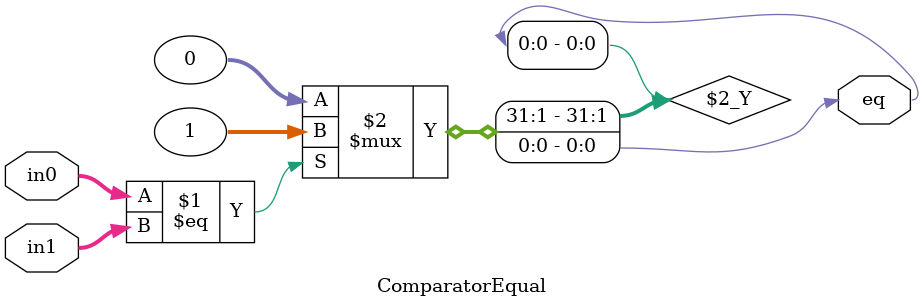
<source format=v>
`timescale 1ns/1ns
module ComparatorEqual(input[3:0] in0, in1, output eq);
  assign eq = (in0 == in1) ? 1 : 0;
endmodule
</source>
